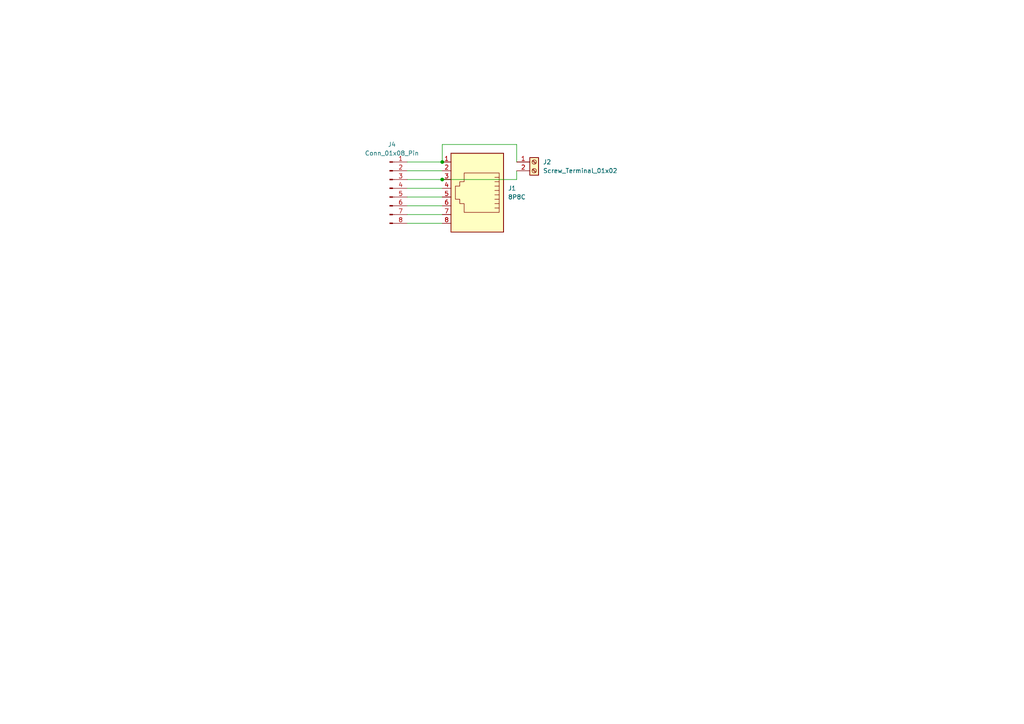
<source format=kicad_sch>
(kicad_sch (version 20230121) (generator eeschema)
  (paper "A4")
  (lib_symbols
    (symbol "Connector:8P8C" (pin_names (offset 1.016))
      (property "Reference" "J" (at -5.08 13.97 0))
      (property "Value" "8P8C" (at 2.54 13.97 0))
      (symbol "8P8C_0_1"
        (polyline (pts (xy -5.08 4.445) (xy -6.35 4.445)))
        (polyline (pts (xy -5.08 5.715) (xy -6.35 5.715)))
        (polyline (pts (xy -6.35 -3.175) (xy -5.08 -3.175) (xy -5.08 -3.175)))
        (polyline (pts (xy -6.35 -1.905) (xy -5.08 -1.905) (xy -5.08 -1.905)))
        (polyline (pts (xy -6.35 -0.635) (xy -5.08 -0.635) (xy -5.08 -0.635)))
        (polyline (pts (xy -6.35 0.635) (xy -5.08 0.635) (xy -5.08 0.635)))
        (polyline (pts (xy -6.35 1.905) (xy -5.08 1.905) (xy -5.08 1.905)))
        (polyline (pts (xy -5.08 3.175) (xy -6.35 3.175) (xy -6.35 3.175)))
        (polyline (pts (xy -6.35 -4.445) (xy -6.35 6.985) (xy 3.81 6.985) (xy 3.81 4.445) (xy 5.08 4.445) (xy 5.08 3.175) (xy 6.35 3.175) (xy 6.35 -0.635) (xy 5.08 -0.635) (xy 5.08 -1.905) (xy 3.81 -1.905) (xy 3.81 -4.445) (xy -6.35 -4.445) (xy -6.35 -4.445)))
        (rectangle (start 7.62 12.7) (end -7.62 -10.16) (stroke (width 0.254)) (fill (type background)))
      )
      (symbol "8P8C_1_1"
        (pin passive line (at 10.16 -7.62 180) (length 2.54) (name "~") (number "1"))
        (pin passive line (at 10.16 -5.08 180) (length 2.54) (name "~") (number "2"))
        (pin passive line (at 10.16 -2.54 180) (length 2.54) (name "~") (number "3"))
        (pin passive line (at 10.16 0 180) (length 2.54) (name "~") (number "4"))
        (pin passive line (at 10.16 2.54 180) (length 2.54) (name "~") (number "5"))
        (pin passive line (at 10.16 5.08 180) (length 2.54) (name "~") (number "6"))
        (pin passive line (at 10.16 7.62 180) (length 2.54) (name "~") (number "7"))
        (pin passive line (at 10.16 10.16 180) (length 2.54) (name "~") (number "8"))
      )
    )
    (symbol "Connector:Conn_01x08_Pin" (pin_names (offset 1.016) hide)
      (property "Reference" "J" (at 0 10.16 0))
      (property "Value" "Conn_01x08_Pin" (at 0 -12.7 0))
      (symbol "Conn_01x08_Pin_1_1"
        (polyline (pts (xy 1.27 -10.16) (xy 0.8636 -10.16)) (stroke (width 0.1524)))
        (polyline (pts (xy 1.27 -7.62) (xy 0.8636 -7.62)) (stroke (width 0.1524)))
        (polyline (pts (xy 1.27 -5.08) (xy 0.8636 -5.08)) (stroke (width 0.1524)))
        (polyline (pts (xy 1.27 -2.54) (xy 0.8636 -2.54)) (stroke (width 0.1524)))
        (polyline (pts (xy 1.27 0) (xy 0.8636 0)) (stroke (width 0.1524)))
        (polyline (pts (xy 1.27 2.54) (xy 0.8636 2.54)) (stroke (width 0.1524)))
        (polyline (pts (xy 1.27 5.08) (xy 0.8636 5.08)) (stroke (width 0.1524)))
        (polyline (pts (xy 1.27 7.62) (xy 0.8636 7.62)) (stroke (width 0.1524)))
        (rectangle (start 0.8636 -10.033) (end 0 -10.287) (stroke (width 0.1524)) (fill (type outline)))
        (rectangle (start 0.8636 -7.493) (end 0 -7.747) (stroke (width 0.1524)) (fill (type outline)))
        (rectangle (start 0.8636 -4.953) (end 0 -5.207) (stroke (width 0.1524)) (fill (type outline)))
        (rectangle (start 0.8636 -2.413) (end 0 -2.667) (stroke (width 0.1524)) (fill (type outline)))
        (rectangle (start 0.8636 0.127) (end 0 -0.127) (stroke (width 0.1524)) (fill (type outline)))
        (rectangle (start 0.8636 2.667) (end 0 2.413) (stroke (width 0.1524)) (fill (type outline)))
        (rectangle (start 0.8636 5.207) (end 0 4.953) (stroke (width 0.1524)) (fill (type outline)))
        (rectangle (start 0.8636 7.747) (end 0 7.493) (stroke (width 0.1524)) (fill (type outline)))
        (pin passive line (at 5.08 7.62 180) (length 3.81) (name "Pin_1") (number "1"))
        (pin passive line (at 5.08 5.08 180) (length 3.81) (name "Pin_2") (number "2"))
        (pin passive line (at 5.08 2.54 180) (length 3.81) (name "Pin_3") (number "3"))
        (pin passive line (at 5.08 0 180) (length 3.81) (name "Pin_4") (number "4"))
        (pin passive line (at 5.08 -2.54 180) (length 3.81) (name "Pin_5") (number "5"))
        (pin passive line (at 5.08 -5.08 180) (length 3.81) (name "Pin_6") (number "6"))
        (pin passive line (at 5.08 -7.62 180) (length 3.81) (name "Pin_7") (number "7"))
        (pin passive line (at 5.08 -10.16 180) (length 3.81) (name "Pin_8") (number "8"))
      )
    )
    (symbol "Connector:Screw_Terminal_01x02" (pin_names (offset 1.016) hide)
      (property "Reference" "J" (at 0 2.54 0))
      (property "Value" "Screw_Terminal_01x02" (at 0 -5.08 0))
      (symbol "Screw_Terminal_01x02_1_1"
        (rectangle (start -1.27 1.27) (end 1.27 -3.81) (stroke (width 0.254)) (fill (type background)))
        (circle (center 0 -2.54) (radius 0.635) (stroke (width 0.1524)))
        (polyline (pts (xy -0.5334 -2.2098) (xy 0.3302 -3.048)) (stroke (width 0.1524)))
        (polyline (pts (xy -0.5334 0.3302) (xy 0.3302 -0.508)) (stroke (width 0.1524)))
        (polyline (pts (xy -0.3556 -2.032) (xy 0.508 -2.8702)) (stroke (width 0.1524)))
        (polyline (pts (xy -0.3556 0.508) (xy 0.508 -0.3302)) (stroke (width 0.1524)))
        (circle (center 0 0) (radius 0.635) (stroke (width 0.1524)))
        (pin passive line (at -5.08 0 0) (length 3.81) (name "Pin_1") (number "1"))
        (pin passive line (at -5.08 -2.54 0) (length 3.81) (name "Pin_2") (number "2"))
      )
    )
  )
  (junction (at 128.27 52.07))
  (junction (at 128.27 46.99))
  (wire (pts (xy 118.11 59.69) (xy 128.27 59.69)))
  (wire (pts (xy 149.86 41.91) (xy 149.86 46.99)))
  (wire (pts (xy 118.11 57.15) (xy 128.27 57.15)))
  (wire (pts (xy 118.11 62.23) (xy 128.27 62.23)))
  (wire (pts (xy 118.11 46.99) (xy 128.27 46.99)))
  (wire (pts (xy 128.27 52.07) (xy 149.86 52.07)))
  (wire (pts (xy 118.11 54.61) (xy 128.27 54.61)))
  (wire (pts (xy 149.86 52.07) (xy 149.86 49.53)))
  (wire (pts (xy 118.11 64.77) (xy 128.27 64.77)))
  (wire (pts (xy 118.11 49.53) (xy 128.27 49.53)))
  (wire (pts (xy 128.27 41.91) (xy 149.86 41.91)))
  (wire (pts (xy 118.11 52.07) (xy 128.27 52.07)))
  (wire (pts (xy 128.27 46.99) (xy 128.27 41.91)))
  (symbol (lib_id "Connector:Conn_01x08_Pin") (at 113.03 54.61 0) (unit 1)
    (property "Reference" "J4" (at 113.665 41.91 0))
    (property "Value" "Conn_01x08_Pin" (at 113.665 44.45 0))
    (property "Footprint" "Connector_PinHeader_2.54mm:PinHeader_1x08_P2.54mm_Vertical" (effects hide))
  )
  (symbol (lib_id "Connector:Screw_Terminal_01x02") (at 154.94 46.99 0) (unit 1)
    (property "Reference" "J2" (at 157.48 46.99 0) (effects (justify left)))
    (property "Value" "Screw_Terminal_01x02" (at 157.48 49.53 0) (effects (justify left)))
    (property "Footprint" "TerminalBlock_4Ucon:TerminalBlock_4Ucon_1x02_P3.50mm_Horizontal" (effects hide))
  )
  (symbol (lib_id "Connector:8P8C") (at 138.43 54.61 180) (unit 1)
    (property "Reference" "J1" (at 147.32 54.61 0) (effects (justify right)))
    (property "Value" "8P8C" (at 147.32 57.15 0) (effects (justify right)))
    (property "Footprint" "Connector_RJ:RJ45_Amphenol_54602-x08_Horizontal" (effects hide))
  )
)
</source>
